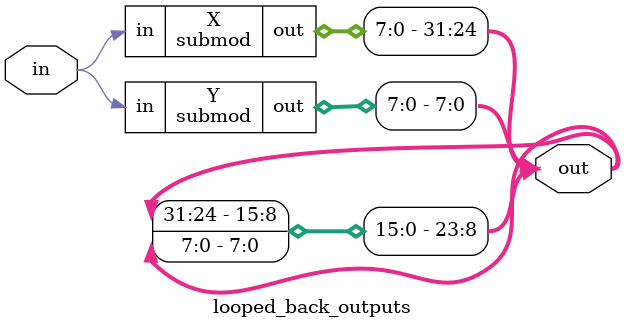
<source format=v>
module submod(
	input in,
	output reg [7:0] out
);

	always @(posedge in) begin
		out <= 8'hAD;
	end

endmodule

module looped_back_outputs(
	input in,
	output [31:0] out
);

	submod X (
		.in(in),
		.out(out[31:24])
	);

	assign out[23:16] = out[31:24];

	submod Y (
		.in(in),
		.out(out[7:0])
	);

	assign out[15:8] = out[7:0];
endmodule
</source>
